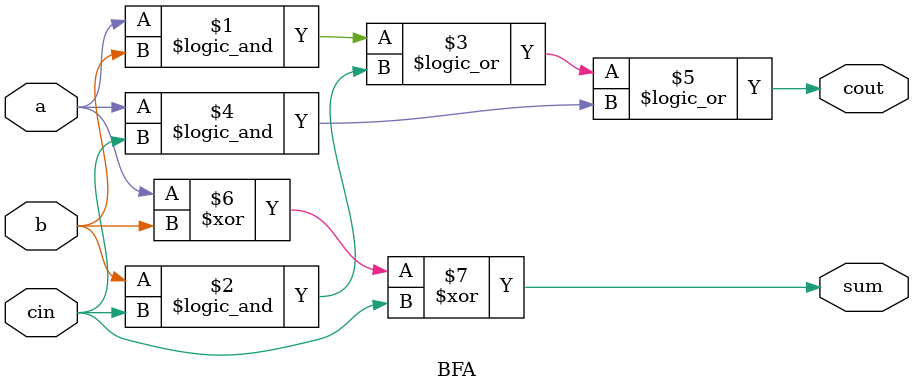
<source format=v>
`timescale 1ns / 1ps
module BFA(a,b,cin,sum,cout);
	input a,b,cin;
	output sum,cout;
	
	assign cout = (a && b) || (b && cin) || (a && cin);
	assign sum = a ^ b ^ cin;

endmodule

</source>
